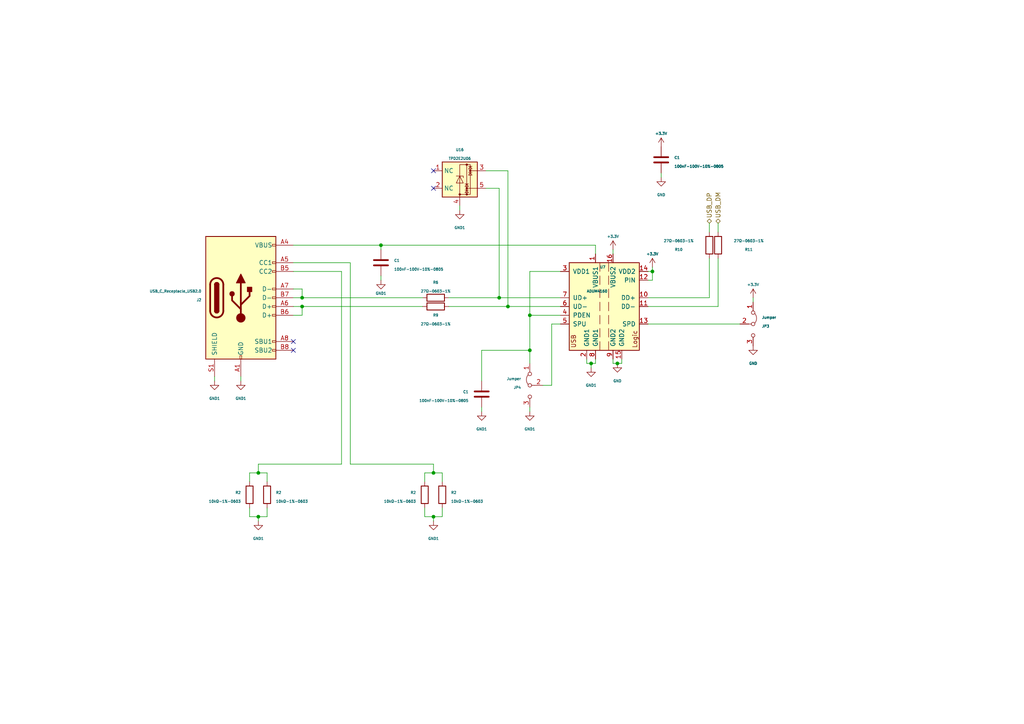
<source format=kicad_sch>
(kicad_sch (version 20230121) (generator eeschema)
  (paper "A4")
  (lib_symbols
    (symbol "Connector:USB_C_Receptacle_USB2.0" (pin_names (offset 1.016))
      (property "Reference" "J" (at -10.16 19.05 0))
      (property "Value" "USB_C_Receptacle_USB2.0" (at 19.05 19.05 0))
      (symbol "USB_C_Receptacle_USB2.0_0_0"
        (rectangle (start -0.254 -17.78) (end 0.254 -16.764))
        (rectangle (start 10.16 -14.986) (end 9.144 -15.494))
        (rectangle (start 10.16 -12.446) (end 9.144 -12.954))
        (rectangle (start 10.16 -4.826) (end 9.144 -5.334))
        (rectangle (start 10.16 -2.286) (end 9.144 -2.794))
        (rectangle (start 10.16 0.254) (end 9.144 -0.254))
        (rectangle (start 10.16 2.794) (end 9.144 2.286))
        (rectangle (start 10.16 7.874) (end 9.144 7.366))
        (rectangle (start 10.16 10.414) (end 9.144 9.906))
        (rectangle (start 10.16 15.494) (end 9.144 14.986))
      )
      (symbol "USB_C_Receptacle_USB2.0_0_1"
        (rectangle (start -10.16 17.78) (end 10.16 -17.78) (stroke (width 0.254)) (fill (type background)))
        (arc (start -8.89 -3.81) (mid -6.985 -5.7067) (end -5.08 -3.81) (stroke (width 0.508)))
        (arc (start -7.62 -3.81) (mid -6.985 -4.4423) (end -6.35 -3.81) (stroke (width 0.254)))
        (arc (start -7.62 -3.81) (mid -6.985 -4.4423) (end -6.35 -3.81) (stroke (width 0.254)) (fill (type outline)))
        (rectangle (start -7.62 -3.81) (end -6.35 3.81) (stroke (width 0.254)) (fill (type outline)))
        (arc (start -6.35 3.81) (mid -6.985 4.4423) (end -7.62 3.81) (stroke (width 0.254)))
        (arc (start -6.35 3.81) (mid -6.985 4.4423) (end -7.62 3.81) (stroke (width 0.254)) (fill (type outline)))
        (arc (start -5.08 3.81) (mid -6.985 5.7067) (end -8.89 3.81) (stroke (width 0.508)))
        (circle (center -2.54 1.143) (radius 0.635) (stroke (width 0.254)) (fill (type outline)))
        (circle (center 0 -5.842) (radius 1.27) (fill (type outline)))
        (polyline (pts (xy -8.89 -3.81) (xy -8.89 3.81)) (stroke (width 0.508)))
        (polyline (pts (xy -5.08 3.81) (xy -5.08 -3.81)) (stroke (width 0.508)))
        (polyline (pts (xy 0 -5.842) (xy 0 4.318)) (stroke (width 0.508)))
        (polyline (pts (xy 0 -3.302) (xy -2.54 -0.762) (xy -2.54 0.508)) (stroke (width 0.508)))
        (polyline (pts (xy 0 -2.032) (xy 2.54 0.508) (xy 2.54 1.778)) (stroke (width 0.508)))
        (polyline (pts (xy -1.27 4.318) (xy 0 6.858) (xy 1.27 4.318) (xy -1.27 4.318)) (stroke (width 0.254)) (fill (type outline)))
        (rectangle (start 1.905 1.778) (end 3.175 3.048) (stroke (width 0.254)) (fill (type outline)))
      )
      (symbol "USB_C_Receptacle_USB2.0_1_1"
        (pin passive line (at 0 -22.86 90) (length 5.08) (name "GND") (number "A1"))
        (pin passive line (at 0 -22.86 90) (length 5.08) hide (name "GND") (number "A12"))
        (pin passive line (at 15.24 15.24 180) (length 5.08) (name "VBUS") (number "A4"))
        (pin bidirectional line (at 15.24 10.16 180) (length 5.08) (name "CC1") (number "A5"))
        (pin bidirectional line (at 15.24 -2.54 180) (length 5.08) (name "D+") (number "A6"))
        (pin bidirectional line (at 15.24 2.54 180) (length 5.08) (name "D-") (number "A7"))
        (pin bidirectional line (at 15.24 -12.7 180) (length 5.08) (name "SBU1") (number "A8"))
        (pin passive line (at 15.24 15.24 180) (length 5.08) hide (name "VBUS") (number "A9"))
        (pin passive line (at 0 -22.86 90) (length 5.08) hide (name "GND") (number "B1"))
        (pin passive line (at 0 -22.86 90) (length 5.08) hide (name "GND") (number "B12"))
        (pin passive line (at 15.24 15.24 180) (length 5.08) hide (name "VBUS") (number "B4"))
        (pin bidirectional line (at 15.24 7.62 180) (length 5.08) (name "CC2") (number "B5"))
        (pin bidirectional line (at 15.24 -5.08 180) (length 5.08) (name "D+") (number "B6"))
        (pin bidirectional line (at 15.24 0 180) (length 5.08) (name "D-") (number "B7"))
        (pin bidirectional line (at 15.24 -15.24 180) (length 5.08) (name "SBU2") (number "B8"))
        (pin passive line (at 15.24 15.24 180) (length 5.08) hide (name "VBUS") (number "B9"))
        (pin passive line (at -7.62 -22.86 90) (length 5.08) (name "SHIELD") (number "S1"))
      )
    )
    (symbol "Device:C" (pin_numbers hide) (pin_names (offset 0.254))
      (property "Reference" "C" (at 0.635 2.54 0))
      (property "Value" "C" (at 0.635 -2.54 0))
      (symbol "C_0_1"
        (polyline (pts (xy -2.032 -0.762) (xy 2.032 -0.762)) (stroke (width 0.508)))
        (polyline (pts (xy -2.032 0.762) (xy 2.032 0.762)) (stroke (width 0.508)))
      )
      (symbol "C_1_1"
        (pin passive line (at 0 3.81 270) (length 2.794) (name "~") (number "1"))
        (pin passive line (at 0 -3.81 90) (length 2.794) (name "~") (number "2"))
      )
    )
    (symbol "Device:R" (pin_numbers hide) (pin_names (offset 0))
      (property "Reference" "R" (at 2.032 0 90))
      (property "Value" "R" (at 0 0 90))
      (symbol "R_0_1"
        (rectangle (start -1.016 -2.54) (end 1.016 2.54) (stroke (width 0.254)))
      )
      (symbol "R_1_1"
        (pin passive line (at 0 3.81 270) (length 1.27) (name "~") (number "1"))
        (pin passive line (at 0 -3.81 90) (length 1.27) (name "~") (number "2"))
      )
    )
    (symbol "Interface_USB:ADUM4160" (pin_names (offset 1.016))
      (property "Reference" "U" (at -10.16 13.97 0))
      (property "Value" "ADUM4160" (at 3.81 13.97 0))
      (symbol "ADUM4160_0_0"
        (text "Logic" (at 8.89 -12.065 900) (effects (font (size 1.27 1.27)) (justify left)))
      )
      (symbol "ADUM4160_0_1"
        (rectangle (start -10.16 12.7) (end 10.16 -12.7) (stroke (width 0.254)) (fill (type background)))
        (polyline (pts (xy -1.27 -10.16) (xy -1.27 -12.7)))
        (polyline (pts (xy -1.27 -6.35) (xy -1.27 -8.89)))
        (polyline (pts (xy -1.27 -2.54) (xy -1.27 -5.08)))
        (polyline (pts (xy -1.27 1.27) (xy -1.27 -1.27)))
        (polyline (pts (xy -1.27 5.08) (xy -1.27 2.54)))
        (polyline (pts (xy -1.27 8.89) (xy -1.27 6.35)))
        (polyline (pts (xy -1.27 12.7) (xy -1.27 10.16)))
        (polyline (pts (xy 1.27 -10.16) (xy 1.27 -12.7)))
        (polyline (pts (xy 1.27 -6.35) (xy 1.27 -8.89)))
        (polyline (pts (xy 1.27 -2.54) (xy 1.27 -5.08)))
        (polyline (pts (xy 1.27 1.27) (xy 1.27 -1.27)))
        (polyline (pts (xy 1.27 5.08) (xy 1.27 2.54)))
        (polyline (pts (xy 1.27 8.89) (xy 1.27 6.35)))
        (polyline (pts (xy 1.27 12.7) (xy 1.27 10.16)))
      )
      (symbol "ADUM4160_1_0"
        (text "USB" (at -8.89 -12.065 900) (effects (font (size 1.27 1.27)) (justify left)))
      )
      (symbol "ADUM4160_1_1"
        (pin power_in line (at -2.54 15.24 270) (length 2.54) (name "VBUS1") (number "1"))
        (pin bidirectional line (at 12.7 2.54 180) (length 2.54) (name "DD+") (number "10"))
        (pin bidirectional line (at 12.7 0 180) (length 2.54) (name "DD-") (number "11"))
        (pin input line (at 12.7 7.62 180) (length 2.54) (name "PIN") (number "12"))
        (pin input line (at 12.7 -5.08 180) (length 2.54) (name "SPD") (number "13"))
        (pin power_in line (at 12.7 10.16 180) (length 2.54) (name "VDD2") (number "14"))
        (pin power_in line (at 5.08 -15.24 90) (length 2.54) (name "GND2") (number "15"))
        (pin power_in line (at 2.54 15.24 270) (length 2.54) (name "VBUS2") (number "16"))
        (pin power_in line (at -5.08 -15.24 90) (length 2.54) (name "GND1") (number "2"))
        (pin power_in line (at -12.7 10.16 0) (length 2.54) (name "VDD1") (number "3"))
        (pin input line (at -12.7 -2.54 0) (length 2.54) (name "PDEN") (number "4"))
        (pin input line (at -12.7 -5.08 0) (length 2.54) (name "SPU") (number "5"))
        (pin bidirectional line (at -12.7 0 0) (length 2.54) (name "UD-") (number "6"))
        (pin bidirectional line (at -12.7 2.54 0) (length 2.54) (name "UD+") (number "7"))
        (pin power_in line (at -2.54 -15.24 90) (length 2.54) (name "GND1") (number "8"))
        (pin power_in line (at 2.54 -15.24 90) (length 2.54) (name "GND2") (number "9"))
      )
    )
    (symbol "Jumper:Jumper_3_Bridged12" (pin_names (offset 0) hide)
      (property "Reference" "JP" (at -2.54 -2.54 0))
      (property "Value" "Jumper_3_Bridged12" (at 0 2.794 0))
      (symbol "Jumper_3_Bridged12_0_0"
        (circle (center -3.302 0) (radius 0.508))
        (circle (center 0 0) (radius 0.508))
        (circle (center 3.302 0) (radius 0.508))
      )
      (symbol "Jumper_3_Bridged12_0_1"
        (arc (start -0.254 0.508) (mid -1.651 0.9912) (end -3.048 0.508))
        (polyline (pts (xy 0 -1.27) (xy 0 -0.508)))
      )
      (symbol "Jumper_3_Bridged12_1_1"
        (pin passive line (at -6.35 0 0) (length 2.54) (name "A") (number "1"))
        (pin passive line (at 0 -3.81 90) (length 2.54) (name "C") (number "2"))
        (pin passive line (at 6.35 0 180) (length 2.54) (name "B") (number "3"))
      )
    )
    (symbol "Power_Protection:TPD2E2U06"
      (property "Reference" "U" (at -3.81 6.35 0))
      (property "Value" "TPD2E2U06" (at 6.35 -6.35 0))
      (symbol "TPD2E2U06_0_1"
        (rectangle (start -5.08 5.08) (end 5.08 -5.08) (stroke (width 0.254)) (fill (type background)))
        (circle (center -3.048 2.54) (radius 0.254) (fill (type outline)))
        (rectangle (start -3.048 4.318) (end 0 -4.318))
        (circle (center -2.032 -4.318) (radius 0.254) (fill (type outline)))
        (circle (center -2.032 -2.54) (radius 0.254) (fill (type outline)))
        (circle (center -2.032 4.318) (radius 0.254) (fill (type outline)))
        (circle (center 0 -4.318) (radius 0.254) (fill (type outline)))
        (polyline (pts (xy -3.048 2.54) (xy -5.08 2.54)))
        (polyline (pts (xy -2.54 2.032) (xy -3.556 2.032)))
        (polyline (pts (xy -2.54 3.81) (xy -3.556 3.81)))
        (polyline (pts (xy -2.032 -4.318) (xy -2.032 4.318)))
        (polyline (pts (xy -2.032 -2.54) (xy -5.08 -2.54)))
        (polyline (pts (xy -1.524 -3.048) (xy -2.54 -3.048)))
        (polyline (pts (xy -1.524 -1.27) (xy -2.54 -1.27)))
        (polyline (pts (xy 0 -4.318) (xy 0 -5.08)))
        (polyline (pts (xy 1.016 1.016) (xy -1.016 1.016) (xy -1.016 0.508)))
        (polyline (pts (xy -3.048 2.032) (xy -3.556 1.27) (xy -2.54 1.27) (xy -3.048 2.032)))
        (polyline (pts (xy -3.048 3.81) (xy -3.556 3.048) (xy -2.54 3.048) (xy -3.048 3.81)))
        (polyline (pts (xy -2.032 -3.048) (xy -2.54 -3.81) (xy -1.524 -3.81) (xy -2.032 -3.048)))
        (polyline (pts (xy -2.032 -1.27) (xy -2.54 -2.032) (xy -1.524 -2.032) (xy -2.032 -1.27)))
        (polyline (pts (xy 0 1.016) (xy 1.016 -1.016) (xy -1.016 -1.016) (xy 0 1.016)))
      )
      (symbol "TPD2E2U06_1_1"
        (pin passive line (at 7.62 2.54 180) (length 2.54) (name "NC") (number "1"))
        (pin passive line (at 7.62 -2.54 180) (length 2.54) (name "NC") (number "2"))
        (pin passive line (at -7.62 2.54 0) (length 2.54) (name "~") (number "3"))
        (pin passive line (at 0 -7.62 90) (length 2.54) (name "~") (number "4"))
        (pin passive line (at -7.62 -2.54 0) (length 2.54) (name "~") (number "5"))
      )
    )
    (symbol "power:+3.3V" (power) (pin_names (offset 0))
      (property "Value" "+3.3V" (at 0 3.556 0))
      (symbol "+3.3V_0_1"
        (polyline (pts (xy -0.762 1.27) (xy 0 2.54)))
        (polyline (pts (xy 0 0) (xy 0 2.54)))
        (polyline (pts (xy 0 2.54) (xy 0.762 1.27)))
      )
      (symbol "+3.3V_1_1"
        (pin power_in line (at 0 0 90) (length 0) hide (name "+3.3V") (number "1"))
      )
    )
    (symbol "power:GND" (power) (pin_names (offset 0))
      (property "Value" "GND" (at 0 -3.81 0))
      (symbol "GND_0_1"
        (polyline (pts (xy 0 0) (xy 0 -1.27) (xy 1.27 -1.27) (xy 0 -2.54) (xy -1.27 -1.27) (xy 0 -1.27)))
      )
      (symbol "GND_1_1"
        (pin power_in line (at 0 0 270) (length 0) hide (name "GND") (number "1"))
      )
    )
    (symbol "power:GND1" (power) (pin_names (offset 0))
      (property "Value" "GND1" (at 0 -3.81 0))
      (symbol "GND1_0_1"
        (polyline (pts (xy 0 0) (xy 0 -1.27) (xy 1.27 -1.27) (xy 0 -2.54) (xy -1.27 -1.27) (xy 0 -1.27)))
      )
      (symbol "GND1_1_1"
        (pin power_in line (at 0 0 270) (length 0) hide (name "GND1") (number "1"))
      )
    )
  )
  (junction (at 87.63 86.36))
  (junction (at 153.67 91.44))
  (junction (at 87.63 88.9))
  (junction (at 110.49 71.12))
  (junction (at 125.73 149.86))
  (junction (at 189.23 78.74))
  (junction (at 125.73 137.16))
  (junction (at 144.78 86.36))
  (junction (at 74.93 149.86))
  (junction (at 153.67 101.6))
  (junction (at 179.07 105.41))
  (junction (at 171.45 105.41))
  (junction (at 74.93 137.16))
  (junction (at 147.32 88.9))
  (no_connect (at 125.73 49.53))
  (no_connect (at 85.09 99.06))
  (no_connect (at 125.73 54.61))
  (no_connect (at 85.09 101.6))
  (wire (pts (xy 160.02 111.76) (xy 157.48 111.76)))
  (wire (pts (xy 101.6 134.62) (xy 125.73 134.62)))
  (wire (pts (xy 153.67 91.44) (xy 162.56 91.44)))
  (wire (pts (xy 74.93 134.62) (xy 99.06 134.62)))
  (wire (pts (xy 85.09 71.12) (xy 110.49 71.12)))
  (wire (pts (xy 72.39 147.32) (xy 72.39 149.86)))
  (wire (pts (xy 125.73 149.86) (xy 125.73 151.13)))
  (wire (pts (xy 160.02 93.98) (xy 160.02 111.76)))
  (wire (pts (xy 130.175 86.36) (xy 144.78 86.36)))
  (wire (pts (xy 177.8 105.41) (xy 177.8 104.14)))
  (wire (pts (xy 140.97 54.61) (xy 144.78 54.61)))
  (wire (pts (xy 85.09 91.44) (xy 87.63 91.44)))
  (wire (pts (xy 74.93 149.86) (xy 74.93 151.13)))
  (wire (pts (xy 72.39 149.86) (xy 74.93 149.86)))
  (wire (pts (xy 140.97 49.53) (xy 147.32 49.53)))
  (wire (pts (xy 123.19 149.86) (xy 125.73 149.86)))
  (wire (pts (xy 139.7 101.6) (xy 139.7 110.49)))
  (wire (pts (xy 85.09 78.74) (xy 99.06 78.74)))
  (wire (pts (xy 153.67 91.44) (xy 153.67 78.74)))
  (wire (pts (xy 74.93 137.16) (xy 77.47 137.16)))
  (wire (pts (xy 187.96 78.74) (xy 189.23 78.74)))
  (wire (pts (xy 180.34 104.14) (xy 180.34 105.41)))
  (wire (pts (xy 153.67 78.74) (xy 162.56 78.74)))
  (wire (pts (xy 87.63 88.9) (xy 122.555 88.9)))
  (wire (pts (xy 101.6 76.2) (xy 85.09 76.2)))
  (wire (pts (xy 139.7 101.6) (xy 153.67 101.6)))
  (wire (pts (xy 99.06 78.74) (xy 99.06 134.62)))
  (wire (pts (xy 205.74 64.77) (xy 205.74 67.31)))
  (wire (pts (xy 87.63 83.82) (xy 87.63 86.36)))
  (wire (pts (xy 77.47 149.86) (xy 74.93 149.86)))
  (wire (pts (xy 123.19 139.7) (xy 123.19 137.16)))
  (wire (pts (xy 87.63 91.44) (xy 87.63 88.9)))
  (wire (pts (xy 172.72 73.66) (xy 172.72 71.12)))
  (wire (pts (xy 214.63 93.98) (xy 187.96 93.98)))
  (wire (pts (xy 147.32 49.53) (xy 147.32 88.9)))
  (wire (pts (xy 208.28 64.77) (xy 208.28 67.31)))
  (wire (pts (xy 110.49 71.12) (xy 110.49 72.39)))
  (wire (pts (xy 179.07 105.41) (xy 177.8 105.41)))
  (wire (pts (xy 153.67 105.41) (xy 153.67 101.6)))
  (wire (pts (xy 123.19 137.16) (xy 125.73 137.16)))
  (wire (pts (xy 180.34 105.41) (xy 179.07 105.41)))
  (wire (pts (xy 208.28 88.9) (xy 187.96 88.9)))
  (wire (pts (xy 110.49 80.01) (xy 110.49 81.28)))
  (wire (pts (xy 144.78 86.36) (xy 162.56 86.36)))
  (wire (pts (xy 128.27 149.86) (xy 125.73 149.86)))
  (wire (pts (xy 172.72 105.41) (xy 171.45 105.41)))
  (wire (pts (xy 87.63 88.9) (xy 85.09 88.9)))
  (wire (pts (xy 125.73 137.16) (xy 128.27 137.16)))
  (wire (pts (xy 72.39 137.16) (xy 74.93 137.16)))
  (wire (pts (xy 171.45 105.41) (xy 170.18 105.41)))
  (wire (pts (xy 77.47 147.32) (xy 77.47 149.86)))
  (wire (pts (xy 172.72 104.14) (xy 172.72 105.41)))
  (wire (pts (xy 130.175 88.9) (xy 147.32 88.9)))
  (wire (pts (xy 87.63 86.36) (xy 122.555 86.36)))
  (wire (pts (xy 125.73 137.16) (xy 125.73 134.62)))
  (wire (pts (xy 170.18 104.14) (xy 170.18 105.41)))
  (wire (pts (xy 191.77 50.165) (xy 191.77 51.435)))
  (wire (pts (xy 177.8 73.66) (xy 177.8 72.39)))
  (wire (pts (xy 144.78 54.61) (xy 144.78 86.36)))
  (wire (pts (xy 69.85 109.22) (xy 69.85 110.49)))
  (wire (pts (xy 133.35 59.69) (xy 133.35 60.96)))
  (wire (pts (xy 189.23 78.74) (xy 189.23 77.47)))
  (wire (pts (xy 77.47 137.16) (xy 77.47 139.7)))
  (wire (pts (xy 101.6 134.62) (xy 101.6 76.2)))
  (wire (pts (xy 85.09 83.82) (xy 87.63 83.82)))
  (wire (pts (xy 189.23 81.28) (xy 189.23 78.74)))
  (wire (pts (xy 62.23 109.22) (xy 62.23 110.49)))
  (wire (pts (xy 128.27 147.32) (xy 128.27 149.86)))
  (wire (pts (xy 187.96 81.28) (xy 189.23 81.28)))
  (wire (pts (xy 208.28 88.9) (xy 208.28 74.93)))
  (wire (pts (xy 153.67 101.6) (xy 153.67 91.44)))
  (wire (pts (xy 162.56 88.9) (xy 147.32 88.9)))
  (wire (pts (xy 218.44 86.36) (xy 218.44 87.63)))
  (wire (pts (xy 205.74 86.36) (xy 187.96 86.36)))
  (wire (pts (xy 87.63 86.36) (xy 85.09 86.36)))
  (wire (pts (xy 72.39 137.16) (xy 72.39 139.7)))
  (wire (pts (xy 160.02 93.98) (xy 162.56 93.98)))
  (wire (pts (xy 123.19 147.32) (xy 123.19 149.86)))
  (wire (pts (xy 74.93 134.62) (xy 74.93 137.16)))
  (wire (pts (xy 153.67 118.11) (xy 153.67 119.38)))
  (wire (pts (xy 110.49 71.12) (xy 172.72 71.12)))
  (wire (pts (xy 139.7 118.11) (xy 139.7 119.38)))
  (wire (pts (xy 128.27 137.16) (xy 128.27 139.7)))
  (wire (pts (xy 171.45 105.41) (xy 171.45 106.68)))
  (wire (pts (xy 205.74 86.36) (xy 205.74 74.93)))
  (hierarchical_label "USB_DM" (shape bidirectional) (at 208.28 64.77 90))
  (hierarchical_label "USB_DP" (shape bidirectional) (at 205.74 64.77 90))
  (symbol (lib_id "Device:R") (at 128.27 143.51 180) (unit 1)
    (property "Reference" "R2" (at 130.81 142.875 0) (effects (font (size 0.75 0.75)) (justify right)))
    (property "Value" "10kΩ-1%-0603" (at 130.81 145.415 0) (effects (font (size 0.75 0.75)) (justify right)))
    (property "Footprint" "Resistor_SMD:R_0603_1608Metric" (effects hide))
    (property "Datasheet" "0603WAF1002T5E" (effects hide))
    (property "LCSC" "C25197" (effects hide))
    (property "MPN" "C25197" (effects hide))
    (instances (project "Knockoff Inverter" (path "" (reference "R2") (unit 1)) (path "" (reference "R2") (unit 1)) (path "" (reference "R22") (unit 1)) (path "" (reference "R37") (unit 1))))
  )
  (symbol (lib_id "power:GND1") (at 125.73 151.13 0) (mirror y) (unit 1)
    (property "Reference" "#PWR0171" (effects hide))
    (property "Value" "GND1" (at 125.73 156.21 0) (effects (font (size 0.75 0.75))))
  )
  (symbol (lib_id "Interface_USB:ADUM4160") (at 175.26 88.9 0) (unit 1)
    (property "Reference" "U7" (at 173.99 77.47 0) (effects (font (size 0.75 0.75)) (justify left)))
    (property "Value" "ADUM4160" (at 170.18 84.455 0) (effects (font (size 0.75 0.75)) (justify left)))
    (property "Footprint" "Package_SO:SOIC-16W_7.5x10.3mm_P1.27mm" (effects hide))
    (property "Datasheet" "https://www.analog.com/media/en/technical-documentation/data-sheets/ADuM4160.pdf" (effects hide))
    (property "LCSC" "C57791" (effects hide))
    (property "MPN" "C57791" (effects hide))
  )
  (symbol (lib_id "Device:C") (at 110.49 76.2 180) (unit 1)
    (property "Reference" "C1" (at 114.3 75.565 0) (effects (font (size 0.75 0.75)) (justify right)))
    (property "Value" "100nF-100V-10%-0805" (at 114.3 78.105 0) (effects (font (size 0.75 0.75)) (justify right)))
    (property "Footprint" "Capacitor_SMD:C_0805_2012Metric" (effects hide))
    (property "Datasheet" "https://www.lcsc.com/product-detail/Multilayer-Ceramic-Capacitors-MLCC-SMD-SMT_Samsung-Electro-Mechanics-CL21B104KCFNNNE_C28233.html" (effects hide))
    (property "LCSC" "C28233" (effects hide))
    (property "MPN" "C28233" (effects hide))
    (instances (project "Knockoff Inverter" (path "" (reference "C1") (unit 1)) (path "" (reference "C3") (unit 1)) (path "" (reference "C29") (unit 1)) (path "" (reference "C17") (unit 1))))
  )
  (symbol (lib_id "Device:R") (at 126.365 86.36 90) (mirror x) (unit 1)
    (property "Reference" "R6" (at 126.365 81.915 90) (effects (font (size 0.75 0.75))))
    (property "Value" "27Ω-0603-1%" (at 126.365 84.455 90) (effects (font (size 0.75 0.75))))
    (property "Footprint" "Resistor_SMD:R_0603_1608Metric" (effects hide))
    (property "LCSC" "C25190" (effects hide))
    (property "MPN" "C25190" (effects hide))
  )
  (symbol (lib_id "Power_Protection:TPD2E2U06") (at 133.35 52.07 0) (mirror y) (unit 1)
    (property "Reference" "U16" (at 133.35 43.434 0) (effects (font (size 0.75 0.75))))
    (property "Value" "TPD2E2U06" (at 133.35 45.974 0) (effects (font (size 0.75 0.75))))
    (property "Footprint" "Package_TO_SOT_SMD:SOT-553" (effects hide))
    (property "Datasheet" "http://www.ti.com/lit/ds/symlink/tpd2e2u06.pdf" (effects hide))
    (property "LCSC" "C1972959" (effects hide))
    (property "MPN" "C1972959" (effects hide))
  )
  (symbol (lib_id "power:GND") (at 218.44 100.33 0) (mirror y) (unit 1)
    (property "Reference" "#PWR05" (effects hide))
    (property "Value" "GND" (at 218.44 105.41 0) (effects (font (size 0.75 0.75))))
    (instances (project "Knockoff Inverter" (path "" (reference "#PWR05") (unit 1)) (path "" (reference "#PWR028") (unit 1)) (path "" (reference "#PWR030") (unit 1)) (path "" (reference "#PWR050") (unit 1))))
  )
  (symbol (lib_id "Device:R") (at 123.19 143.51 0) (mirror x) (unit 1)
    (property "Reference" "R2" (at 120.65 142.875 0) (effects (font (size 0.75 0.75)) (justify right)))
    (property "Value" "10kΩ-1%-0603" (at 120.65 145.415 0) (effects (font (size 0.75 0.75)) (justify right)))
    (property "Footprint" "Resistor_SMD:R_0603_1608Metric" (effects hide))
    (property "Datasheet" "0603WAF1002T5E" (effects hide))
    (property "LCSC" "C25197" (effects hide))
    (property "MPN" "C25197" (effects hide))
    (instances (project "Knockoff Inverter" (path "" (reference "R2") (unit 1)) (path "" (reference "R2") (unit 1)) (path "" (reference "R22") (unit 1)) (path "" (reference "R36") (unit 1))))
  )
  (symbol (lib_id "power:GND1") (at 171.45 106.68 0) (mirror y) (unit 1)
    (property "Reference" "#PWR0164" (effects hide))
    (property "Value" "GND1" (at 171.45 111.76 0) (effects (font (size 0.75 0.75))))
  )
  (symbol (lib_id "Device:R") (at 208.28 71.12 0) (mirror y) (unit 1)
    (property "Reference" "R11" (at 217.17 72.39 0) (effects (font (size 0.75 0.75))))
    (property "Value" "27Ω-0603-1%" (at 217.17 69.85 0) (effects (font (size 0.75 0.75))))
    (property "Footprint" "Resistor_SMD:R_0603_1608Metric" (effects hide))
    (property "LCSC" "C25190" (effects hide))
    (property "MPN" "C25190" (effects hide))
  )
  (symbol (lib_id "power:+3.3V") (at 191.77 42.545 0) (mirror y) (unit 1)
    (property "Reference" "#PWR06" (effects hide))
    (property "Value" "+3.3V" (at 191.77 38.735 0) (effects (font (size 0.75 0.75))))
    (instances (project "Knockoff Inverter" (path "" (reference "#PWR06") (unit 1)) (path "" (reference "#PWR030") (unit 1)) (path "" (reference "#PWR028") (unit 1)) (path "" (reference "#PWR053") (unit 1))))
  )
  (symbol (lib_id "power:GND1") (at 110.49 81.28 0) (mirror y) (unit 1)
    (property "Reference" "#PWR0172" (effects hide))
    (property "Value" "GND1" (at 110.49 85.09 0) (effects (font (size 0.75 0.75))))
  )
  (symbol (lib_id "Device:R") (at 72.39 143.51 0) (mirror x) (unit 1)
    (property "Reference" "R2" (at 69.85 142.875 0) (effects (font (size 0.75 0.75)) (justify right)))
    (property "Value" "10kΩ-1%-0603" (at 69.85 145.415 0) (effects (font (size 0.75 0.75)) (justify right)))
    (property "Footprint" "Resistor_SMD:R_0603_1608Metric" (effects hide))
    (property "Datasheet" "0603WAF1002T5E" (effects hide))
    (property "LCSC" "C25197" (effects hide))
    (property "MPN" "C25197" (effects hide))
    (instances (project "Knockoff Inverter" (path "" (reference "R2") (unit 1)) (path "" (reference "R2") (unit 1)) (path "" (reference "R22") (unit 1)) (path "" (reference "R34") (unit 1))))
  )
  (symbol (lib_id "Device:C") (at 139.7 114.3 0) (mirror x) (unit 1)
    (property "Reference" "C1" (at 135.89 113.665 0) (effects (font (size 0.75 0.75)) (justify right)))
    (property "Value" "100nF-100V-10%-0805" (at 135.89 116.205 0) (effects (font (size 0.75 0.75)) (justify right)))
    (property "Footprint" "Capacitor_SMD:C_0805_2012Metric" (effects hide))
    (property "Datasheet" "https://www.lcsc.com/product-detail/Multilayer-Ceramic-Capacitors-MLCC-SMD-SMT_Samsung-Electro-Mechanics-CL21B104KCFNNNE_C28233.html" (effects hide))
    (property "LCSC" "C28233" (effects hide))
    (property "MPN" "C28233" (effects hide))
    (instances (project "Knockoff Inverter" (path "" (reference "C1") (unit 1)) (path "" (reference "C3") (unit 1)) (path "" (reference "C29") (unit 1)) (path "" (reference "C18") (unit 1))))
  )
  (symbol (lib_id "power:+3.3V") (at 218.44 86.36 0) (mirror y) (unit 1)
    (property "Reference" "#PWR06" (effects hide))
    (property "Value" "+3.3V" (at 218.44 82.55 0) (effects (font (size 0.75 0.75))))
    (instances (project "Knockoff Inverter" (path "" (reference "#PWR06") (unit 1)) (path "" (reference "#PWR030") (unit 1)) (path "" (reference "#PWR028") (unit 1)) (path "" (reference "#PWR049") (unit 1))))
  )
  (symbol (lib_id "power:GND1") (at 74.93 151.13 0) (mirror y) (unit 1)
    (property "Reference" "#PWR0170" (effects hide))
    (property "Value" "GND1" (at 74.93 156.21 0) (effects (font (size 0.75 0.75))))
  )
  (symbol (lib_id "power:GND1") (at 133.35 60.96 0) (mirror y) (unit 1)
    (property "Reference" "#PWR071" (effects hide))
    (property "Value" "GND1" (at 133.35 66.04 0) (effects (font (size 0.75 0.75))))
  )
  (symbol (lib_id "power:+3.3V") (at 177.8 72.39 0) (mirror y) (unit 1)
    (property "Reference" "#PWR06" (effects hide))
    (property "Value" "+3.3V" (at 177.8 68.58 0) (effects (font (size 0.75 0.75))))
    (instances (project "Knockoff Inverter" (path "" (reference "#PWR06") (unit 1)) (path "" (reference "#PWR030") (unit 1)) (path "" (reference "#PWR028") (unit 1)) (path "" (reference "#PWR057") (unit 1))))
  )
  (symbol (lib_id "power:GND1") (at 139.7 119.38 0) (mirror y) (unit 1)
    (property "Reference" "#PWR0168" (effects hide))
    (property "Value" "GND1" (at 139.7 124.46 0) (effects (font (size 0.75 0.75))))
  )
  (symbol (lib_id "Jumper:Jumper_3_Bridged12") (at 218.44 93.98 270) (unit 1)
    (property "Reference" "JP3" (at 220.98 94.615 90) (effects (font (size 0.75 0.75)) (justify left)))
    (property "Value" "Jumper" (at 220.98 92.075 90) (effects (font (size 0.75 0.75)) (justify left)))
    (property "Footprint" "Jumper:SolderJumper-3_P1.3mm_Bridged12_RoundedPad1.0x1.5mm_NumberLabels" (effects hide))
  )
  (symbol (lib_id "power:GND1") (at 62.23 110.49 0) (mirror y) (unit 1)
    (property "Reference" "#PWR0166" (effects hide))
    (property "Value" "GND1" (at 62.23 115.57 0) (effects (font (size 0.75 0.75))))
  )
  (symbol (lib_id "Device:R") (at 77.47 143.51 180) (unit 1)
    (property "Reference" "R2" (at 80.01 142.875 0) (effects (font (size 0.75 0.75)) (justify right)))
    (property "Value" "10kΩ-1%-0603" (at 80.01 145.415 0) (effects (font (size 0.75 0.75)) (justify right)))
    (property "Footprint" "Resistor_SMD:R_0603_1608Metric" (effects hide))
    (property "Datasheet" "0603WAF1002T5E" (effects hide))
    (property "LCSC" "C25197" (effects hide))
    (property "MPN" "C25197" (effects hide))
    (instances (project "Knockoff Inverter" (path "" (reference "R2") (unit 1)) (path "" (reference "R2") (unit 1)) (path "" (reference "R22") (unit 1)) (path "" (reference "R35") (unit 1))))
  )
  (symbol (lib_id "power:+3.3V") (at 189.23 77.47 0) (mirror y) (unit 1)
    (property "Reference" "#PWR06" (effects hide))
    (property "Value" "+3.3V" (at 189.23 73.66 0) (effects (font (size 0.75 0.75))))
    (instances (project "Knockoff Inverter" (path "" (reference "#PWR06") (unit 1)) (path "" (reference "#PWR030") (unit 1)) (path "" (reference "#PWR028") (unit 1)) (path "" (reference "#PWR047") (unit 1))))
  )
  (symbol (lib_id "Connector:USB_C_Receptacle_USB2.0") (at 69.85 86.36 0) (unit 1)
    (property "Reference" "J2" (at 58.42 86.995 0) (effects (font (size 0.75 0.75)) (justify right)))
    (property "Value" "USB_C_Receptacle_USB2.0" (at 58.42 84.455 0) (effects (font (size 0.75 0.75)) (justify right)))
    (property "Footprint" "_Home_Grow:USB_C_Receptacle_XKB_U262-16XN-4BVC11" (effects hide))
    (property "Datasheet" "https://www.usb.org/sites/default/files/documents/usb_type-c.zip" (effects hide))
    (property "LCSC" "C319148" (effects hide))
    (property "MPN" "C319148" (effects hide))
  )
  (symbol (lib_id "Jumper:Jumper_3_Bridged12") (at 153.67 111.76 90) (mirror x) (unit 1)
    (property "Reference" "JP4" (at 151.13 112.395 90) (effects (font (size 0.75 0.75)) (justify left)))
    (property "Value" "Jumper" (at 151.13 109.855 90) (effects (font (size 0.75 0.75)) (justify left)))
    (property "Footprint" "Jumper:SolderJumper-3_P1.3mm_Bridged12_RoundedPad1.0x1.5mm_NumberLabels" (effects hide))
  )
  (symbol (lib_id "power:GND1") (at 153.67 119.38 0) (mirror y) (unit 1)
    (property "Reference" "#PWR0167" (effects hide))
    (property "Value" "GND1" (at 153.67 124.46 0) (effects (font (size 0.75 0.75))))
  )
  (symbol (lib_id "Device:C") (at 191.77 46.355 180) (unit 1)
    (property "Reference" "C1" (at 195.58 45.72 0) (effects (font (size 0.75 0.75)) (justify right)))
    (property "Value" "100nF-100V-10%-0805" (at 195.58 48.26 0) (effects (font (size 0.75 0.75)) (justify right)))
    (property "Footprint" "Capacitor_SMD:C_0805_2012Metric" (effects hide))
    (property "Datasheet" "https://www.lcsc.com/product-detail/Multilayer-Ceramic-Capacitors-MLCC-SMD-SMT_Samsung-Electro-Mechanics-CL21B104KCFNNNE_C28233.html" (effects hide))
    (property "LCSC" "C28233" (effects hide))
    (property "MPN" "C28233" (effects hide))
    (instances (project "Knockoff Inverter" (path "" (reference "C1") (unit 1)) (path "" (reference "C3") (unit 1)) (path "" (reference "C29") (unit 1)) (path "" (reference "C16") (unit 1))))
  )
  (symbol (lib_id "power:GND1") (at 69.85 110.49 0) (mirror y) (unit 1)
    (property "Reference" "#PWR0165" (effects hide))
    (property "Value" "GND1" (at 69.85 115.57 0) (effects (font (size 0.75 0.75))))
  )
  (symbol (lib_id "Device:R") (at 205.74 71.12 0) (mirror x) (unit 1)
    (property "Reference" "R10" (at 196.85 72.39 0) (effects (font (size 0.75 0.75))))
    (property "Value" "27Ω-0603-1%" (at 196.85 69.85 0) (effects (font (size 0.75 0.75))))
    (property "Footprint" "Resistor_SMD:R_0603_1608Metric" (effects hide))
    (property "LCSC" "C25190" (effects hide))
    (property "MPN" "C25190" (effects hide))
  )
  (symbol (lib_id "power:GND") (at 179.07 105.41 0) (mirror y) (unit 1)
    (property "Reference" "#PWR05" (effects hide))
    (property "Value" "GND" (at 179.07 110.49 0) (effects (font (size 0.75 0.75))))
    (instances (project "Knockoff Inverter" (path "" (reference "#PWR05") (unit 1)) (path "" (reference "#PWR028") (unit 1)) (path "" (reference "#PWR030") (unit 1)) (path "" (reference "#PWR048") (unit 1))))
  )
  (symbol (lib_id "power:GND") (at 191.77 51.435 0) (mirror y) (unit 1)
    (property "Reference" "#PWR05" (effects hide))
    (property "Value" "GND" (at 191.77 56.515 0) (effects (font (size 0.75 0.75))))
    (instances (project "Knockoff Inverter" (path "" (reference "#PWR05") (unit 1)) (path "" (reference "#PWR028") (unit 1)) (path "" (reference "#PWR030") (unit 1)) (path "" (reference "#PWR054") (unit 1))))
  )
  (symbol (lib_id "Device:R") (at 126.365 88.9 270) (mirror x) (unit 1)
    (property "Reference" "R9" (at 126.365 91.44 90) (effects (font (size 0.75 0.75))))
    (property "Value" "27Ω-0603-1%" (at 126.365 93.98 90) (effects (font (size 0.75 0.75))))
    (property "Footprint" "Resistor_SMD:R_0603_1608Metric" (effects hide))
    (property "LCSC" "C25190" (effects hide))
    (property "MPN" "C25190" (effects hide))
  )
)
</source>
